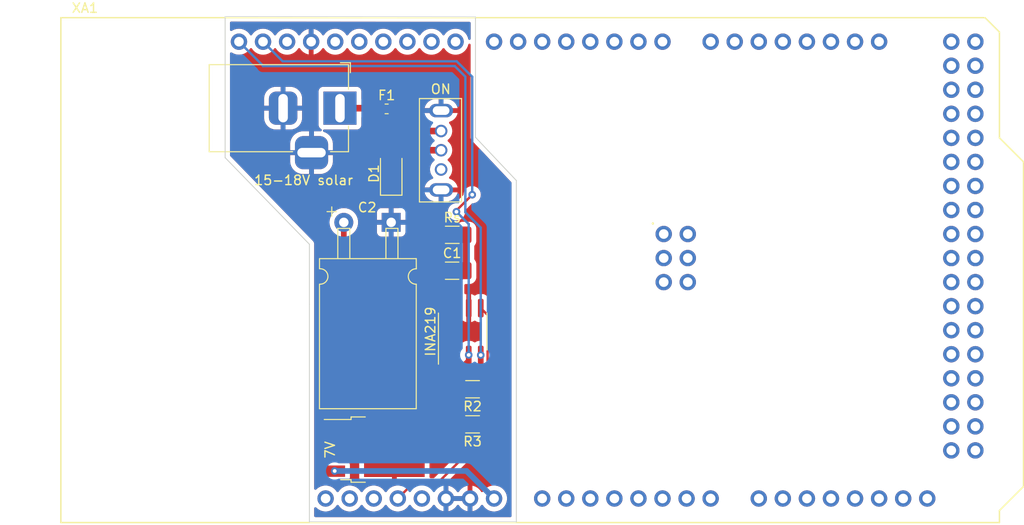
<source format=kicad_pcb>
(kicad_pcb (version 20211014) (generator pcbnew)
  (layers (0 "F.Cu" signal) (31 "B.Cu" signal) (34 "B.Paste" user) (35 "F.Paste" user) (36 "B.SilkS" user "B.Silkscreen") (37 "F.SilkS" user "F.Silkscreen") (38 "B.Mask" user) (39 "F.Mask" user) (44 "Edge.Cuts" user))
  (net 0 "")
  (net 1 "Net-(C1-Pad1)")
  (net 2 "Net-(C1-Pad2)")
  (net 3 "GND")
  (net 4 "Net-(D1-Pad2)")
  (net 5 "Net-(F1-Pad1)")
  (net 6 "Net-(F1-Pad2)")
  (net 7 "Net-(R2-Pad1)")
  (net 8 "Net-(R2-Pad2)")
  (net 9 "Net-(R3-Pad2)")
  (net 11 "Net-(U1-Pad3)")
  (footprint "Package_SO:SOIC-8_3.9x4.9mm_P1.27mm" (layer "F.Cu") (at 143.1798 92.4052 90)
    (fp_text reference "INA219" (at 0 -3.4 90) (layer "F.SilkS"))
    (fp_text value "INA219AxD")
    (fp_line (start 0 -2.56) (end -3.45 -2.56) (layer "F.SilkS") (width 0.12))
    (fp_line (start 0 2.56) (end -1.95 2.56) (layer "F.SilkS") (width 0.12))
    (fp_line (start 0 2.56) (end 1.95 2.56) (layer "F.SilkS") (width 0.12))
    (fp_line (start 0 -2.56) (end 1.95 -2.56) (layer "F.SilkS") (width 0.12))
    (pad "1" smd roundrect (at -2.475 -1.905 90) (size 1.95 0.6) (layers "F.Cu" "F.Paste" "F.Mask"))
    (pad "2" smd roundrect (at -2.475 -0.635 90) (size 1.95 0.6) (layers "F.Cu" "F.Paste" "F.Mask"))
    (pad "3" smd roundrect (at -2.475 0.635 90) (size 1.95 0.6) (layers "F.Cu" "F.Paste" "F.Mask") (net 9 "Net-(R3-Pad2)"))
    (pad "4" smd roundrect (at -2.475 1.905 90) (size 1.95 0.6) (layers "F.Cu" "F.Paste" "F.Mask") (net 8 "Net-(R2-Pad2)"))
    (pad "5" smd roundrect (at 2.475 1.905 90) (size 1.95 0.6) (layers "F.Cu" "F.Paste" "F.Mask") (net 7 "Net-(R2-Pad1)"))
    (pad "6" smd roundrect (at 2.475 0.635 90) (size 1.95 0.6) (layers "F.Cu" "F.Paste" "F.Mask") (net 3 "GND"))
    (pad "7" smd roundrect (at 2.475 -0.635 90) (size 1.95 0.6) (layers "F.Cu" "F.Paste" "F.Mask") (net 2 "Net-(C1-Pad2)"))
    (pad "8" smd roundrect (at 2.475 -1.905 90) (size 1.95 0.6) (layers "F.Cu" "F.Paste" "F.Mask") (net 1 "Net-(C1-Pad1)"))
  )
  (footprint "dhec:CP_Radial_D10.0mm_P5.00mm_L16.00mm_bent" (layer "F.Cu") (at 130.632048 80.872)
    (fp_text reference "C2" (at 2.463952 -1.5732) (layer "F.SilkS"))
    (fp_text value "C")
    (fp_line (start 7.6454 19.685) (end -2.5692 19.685) (layer "F.SilkS") (width 0.12))
    (fp_line (start 7.6454 3.8354) (end 7.653551 4.906366) (layer "F.SilkS") (width 0.12))
    (fp_line (start 7.645787 6.531684) (end 7.6454 19.685) (layer "F.SilkS") (width 0.12))
    (fp_line (start -2.5654 4.9022) (end -2.5654 3.8354) (layer "F.SilkS") (width 0.12))
    (fp_line (start 5.715 0.635) (end 5.715 3.81) (layer "F.SilkS") (width 0.12))
    (fp_line (start 4.445 0.635) (end 5.715 0.635) (layer "F.SilkS") (width 0.12))
    (fp_line (start -2.5692 19.685) (end -2.5654 6.5278) (layer "F.SilkS") (width 0.12))
    (fp_line (start -0.635 0.635) (end 0.635 0.635) (layer "F.SilkS") (width 0.12))
    (fp_line (start -1.77 -1.135) (end -0.77 -1.135) (layer "F.SilkS") (width 0.12))
    (fp_line (start 4.445 3.81) (end 4.445 0.635) (layer "F.SilkS") (width 0.12))
    (fp_line (start -1.27 -1.635) (end -1.27 -0.635) (layer "F.SilkS") (width 0.12))
    (fp_line (start 7.6454 3.8354) (end -2.5654 3.8354) (layer "F.SilkS") (width 0.12))
    (fp_line (start 0.635 0.635) (end 0.635 3.81) (layer "F.SilkS") (width 0.12))
    (fp_line (start -0.635 3.81) (end -0.635 0.635) (layer "F.SilkS") (width 0.12))
    (fp_arc (start 7.645787 6.531684) (mid 6.807199 5.715) (end 7.653551 4.906366) (layer "F.SilkS") (width 0.12))
    (fp_arc (start -2.5146 4.9022) (mid -1.676011 5.718884) (end -2.522364 6.527518) (layer "F.SilkS") (width 0.12))
    (pad "1" thru_hole circle (at 0 0) (size 2 2) (drill 1) (layers *.Cu *.Mask) (net 2 "Net-(C1-Pad2)"))
    (pad "2" thru_hole rect (at 5 0) (size 2 2) (drill 1) (layers *.Cu *.Mask) (net 3 "GND"))
  )
  (footprint "Resistor_SMD:R_1206_3216Metric" (layer "F.Cu") (at 144.2212 102.2096 180)
    (fp_text reference "R3" (at 0 -1.82) (layer "F.SilkS"))
    (fp_text value "4.7k")
    (fp_line (start -0.727064 -0.91) (end 0.727064 -0.91) (layer "F.SilkS") (width 0.12))
    (fp_line (start -0.727064 0.91) (end 0.727064 0.91) (layer "F.SilkS") (width 0.12))
    (pad "1" smd roundrect (at -1.4625 0 180) (size 1.125 1.75) (layers "F.Cu" "F.Paste" "F.Mask") (roundrect_rratio 0.2222222222) (net 7 "Net-(R2-Pad1)"))
    (pad "2" smd roundrect (at 1.4625 0 180) (size 1.125 1.75) (layers "F.Cu" "F.Paste" "F.Mask") (roundrect_rratio 0.2222222222) (net 9 "Net-(R3-Pad2)"))
  )
  (footprint "Diode_SMD:D_1206_3216Metric" (layer "F.Cu") (at 135.636 75.7174 90)
    (fp_text reference "D1" (at 0 -1.82 90) (layer "F.SilkS"))
    (fp_text value "D")
    (fp_line (start -2.285 -1.135) (end -2.285 1.135) (layer "F.SilkS") (width 0.12))
    (fp_line (start -2.285 1.135) (end 1.6 1.135) (layer "F.SilkS") (width 0.12))
    (fp_line (start 1.6 -1.135) (end -2.285 -1.135) (layer "F.SilkS") (width 0.12))
    (pad "1" smd roundrect (at -1.4 0 90) (size 1.25 1.75) (layers "F.Cu" "F.Paste" "F.Mask") (roundrect_rratio 0.2) (net 1 "Net-(C1-Pad1)"))
    (pad "2" smd roundrect (at 1.4 0 90) (size 1.25 1.75) (layers "F.Cu" "F.Paste" "F.Mask") (roundrect_rratio 0.2) (net 4 "Net-(D1-Pad2)"))
  )
  (footprint "Fuse:Fuse_0603_1608Metric" (layer "F.Cu") (at 135.1534 68.8848)
    (fp_text reference "F1" (at 0 -1.43) (layer "F.SilkS"))
    (fp_text value "Fuse")
    (fp_line (start -0.162779 -0.51) (end 0.162779 -0.51) (layer "F.SilkS") (width 0.12))
    (fp_line (start -0.162779 0.51) (end 0.162779 0.51) (layer "F.SilkS") (width 0.12))
    (pad "1" smd roundrect (at -0.7875 0) (size 0.875 0.95) (layers "F.Cu" "F.Paste" "F.Mask") (net 5 "Net-(F1-Pad1)"))
    (pad "2" smd roundrect (at 0.7875 0) (size 0.875 0.95) (layers "F.Cu" "F.Paste" "F.Mask") (net 6 "Net-(F1-Pad2)"))
  )
  (footprint "ARTS-lab:grounded_switch" (layer "F.Cu") (at 145.9804 73.2536 -90)
    (fp_text reference "ON" (at -6.4516 5.112 180) (layer "F.SilkS"))
    (fp_text value "grounded_DIP_switch")
    (fp_line (start -5.461 2.921) (end -5.461 7.366) (layer "F.SilkS") (width 0.12))
    (fp_line (start -5.461 7.366) (end 5.461 7.366) (layer "F.SilkS") (width 0.12))
    (fp_line (start -5.461 2.921) (end 5.461 2.921) (layer "F.SilkS") (width 0.12))
    (fp_line (start 5.461 2.921) (end 5.461 7.366) (layer "F.SilkS") (width 0.12))
    (pad "1" thru_hole circle locked (at -2.032 5.08 270) (size 1.324 1.324) (drill 0.914) (layers *.Cu *.Mask) (net 6 "Net-(F1-Pad2)"))
    (pad "2" thru_hole circle locked (at 0 5.08 270) (size 1.324 1.324) (drill 0.914) (layers *.Cu *.Mask) (net 4 "Net-(D1-Pad2)"))
    (pad "3" thru_hole circle locked (at 2.032 5.08 270) (size 1.324 1.324) (drill 0.914) (layers *.Cu *.Mask))
    (pad "4" thru_hole oval locked (at -4.191 5.08) (size 2.524 1.424) (drill oval 1.76 0.914) (layers *.Cu *.Mask) (net 3 "GND"))
    (pad "5" thru_hole oval locked (at 4.191 5.08) (size 2.524 1.424) (drill oval 1.76 0.914) (layers *.Cu *.Mask) (net 3 "GND"))
  )
  (footprint "Package_TO_SOT_SMD:TO-252-2" (layer "F.Cu") (at 133.8676 104.8776)
    (fp_text reference "7V" (at -4.6832 0.0244 90) (layer "F.SilkS"))
    (fp_text value "LF15_TO252")
    (fp_line (start -2.47 -3.45) (end -2.47 -3.18) (layer "F.SilkS") (width 0.12))
    (fp_line (start -2.47 3.45) (end -2.47 3.18) (layer "F.SilkS") (width 0.12))
    (fp_line (start -0.97 -3.45) (end -2.47 -3.45) (layer "F.SilkS") (width 0.12))
    (fp_line (start -2.47 -3.18) (end -5.3 -3.18) (layer "F.SilkS") (width 0.12))
    (fp_line (start -0.97 3.45) (end -2.47 3.45) (layer "F.SilkS") (width 0.12))
    (fp_line (start -2.47 3.18) (end -3.57 3.18) (layer "F.SilkS") (width 0.12))
    (pad "1" smd rect (at -4.2 -2.28) (size 2.2 1.2) (layers "F.Cu" "F.Paste" "F.Mask") (net 2 "Net-(C1-Pad2)"))
    (pad "2" smd rect (at 2.1 0) (size 6.4 5.8) (layers "F.Cu" "F.Mask") (net 3 "GND"))
    (pad "3" smd rect (at -4.2 2.28) (size 2.2 1.2) (layers "F.Cu" "F.Paste" "F.Mask") (net 11 "Net-(U1-Pad3)"))
  )
  (footprint "Resistor_SMD:R_1206_3216Metric" (layer "F.Cu") (at 142.0788 82.1898)
    (fp_text reference "Rs" (at 0 -1.82) (layer "F.SilkS"))
    (fp_text value "shunt")
    (fp_line (start -0.727064 0.91) (end 0.727064 0.91) (layer "F.SilkS") (width 0.12))
    (fp_line (start -0.727064 -0.91) (end 0.727064 -0.91) (layer "F.SilkS") (width 0.12))
    (pad "1" smd roundrect (at -1.4625 0) (size 1.125 1.75) (layers "F.Cu" "F.Paste" "F.Mask") (roundrect_rratio 0.2222222222) (net 1 "Net-(C1-Pad1)"))
    (pad "2" smd roundrect (at 1.4625 0) (size 1.125 1.75) (layers "F.Cu" "F.Paste" "F.Mask") (roundrect_rratio 0.2222222222) (net 2 "Net-(C1-Pad2)"))
  )
  (footprint "Resistor_SMD:R_1206_3216Metric" (layer "F.Cu") (at 144.2212 98.5012 180)
    (fp_text reference "R2" (at 0 -1.82) (layer "F.SilkS"))
    (fp_text value "4.7k")
    (fp_line (start -0.727064 -0.91) (end 0.727064 -0.91) (layer "F.SilkS") (width 0.12))
    (fp_line (start -0.727064 0.91) (end 0.727064 0.91) (layer "F.SilkS") (width 0.12))
    (pad "1" smd roundrect (at -1.4625 0 180) (size 1.125 1.75) (layers "F.Cu" "F.Paste" "F.Mask") (roundrect_rratio 0.2222222222) (net 7 "Net-(R2-Pad1)"))
    (pad "2" smd roundrect (at 1.4625 0 180) (size 1.125 1.75) (layers "F.Cu" "F.Paste" "F.Mask") (roundrect_rratio 0.2222222222) (net 8 "Net-(R2-Pad2)"))
  )
  (footprint "Connector_BarrelJack:BarrelJack_Horizontal" (layer "F.Cu") (at 130.2258 68.8086)
    (fp_text reference "15-18V solar" (at -3.8354 7.62) (layer "F.SilkS"))
    (fp_text value "Barrel_Jack")
    (fp_line (start 1.1 -3.75) (end 1.1 -4.8) (layer "F.SilkS") (width 0.12))
    (fp_line (start 0.9 1.9) (end 0.9 4.6) (layer "F.SilkS") (width 0.12))
    (fp_line (start -13.8 -4.6) (end 0.9 -4.6) (layer "F.SilkS") (width 0.12))
    (fp_line (start -5 4.6) (end -13.8 4.6) (layer "F.SilkS") (width 0.12))
    (fp_line (start 0.05 -4.8) (end 1.1 -4.8) (layer "F.SilkS") (width 0.12))
    (fp_line (start -13.8 4.6) (end -13.8 -4.6) (layer "F.SilkS") (width 0.12))
    (fp_line (start 0.9 -4.6) (end 0.9 -2) (layer "F.SilkS") (width 0.12))
    (fp_line (start 0.9 4.6) (end -1 4.6) (layer "F.SilkS") (width 0.12))
    (pad "1" thru_hole rect (at 0 0) (size 3.5 3.5) (drill oval 1 3) (layers *.Cu *.Mask) (net 5 "Net-(F1-Pad1)"))
    (pad "2" thru_hole roundrect (at -6 0) (size 3 3.5) (drill oval 1 3) (layers *.Cu *.Mask) (net 3 "GND"))
    (pad "3" thru_hole roundrect (at -3 4.7) (size 3.5 3.5) (drill oval 3 1) (layers *.Cu *.Mask) (net 3 "GND"))
  )
  (footprint "Capacitor_SMD:C_1206_3216Metric" (layer "F.Cu") (at 142.0622 85.979)
    (fp_text reference "C1" (at 0 -1.85) (layer "F.SilkS"))
    (fp_text value "C")
    (fp_line (start -0.711252 -0.91) (end 0.711252 -0.91) (layer "F.SilkS") (width 0.12))
    (fp_line (start -0.711252 0.91) (end 0.711252 0.91) (layer "F.SilkS") (width 0.12))
    (pad "1" smd roundrect (at -1.475 0) (size 1.15 1.8) (layers "F.Cu" "F.Paste" "F.Mask") (roundrect_rratio 0.2173913043) (net 1 "Net-(C1-Pad1)"))
    (pad "2" smd roundrect (at 1.475 0) (size 1.15 1.8) (layers "F.Cu" "F.Paste" "F.Mask") (roundrect_rratio 0.2173913043) (net 2 "Net-(C1-Pad2)"))
  )
  (footprint "Arduino_Boards:Arduino_Mega2560_Shield" (layer "F.Cu") (at 100.77 112.585)
    (fp_text reference "XA1" (at 2.54 -54.356) (layer "F.SilkS"))
    (fp_text value "Arduino_Mega2560_Shield")
    (fp_text user "." (at 62.484 -32.004) (layer "F.SilkS"))
    (fp_line (start 99.06 0) (end 99.06 -1.27) (layer "F.SilkS") (width 0.15))
    (fp_line (start 101.6 -38.1) (end 99.06 -40.64) (layer "F.SilkS") (width 0.15))
    (fp_line (start 0 -53.34) (end 0 0) (layer "F.SilkS") (width 0.15))
    (fp_line (start 97.536 -53.34) (end 99.06 -51.816) (layer "F.SilkS") (width 0.15))
    (fp_line (start 0 -53.34) (end 97.536 -53.34) (layer "F.SilkS") (width 0.15))
    (fp_line (start 0 0) (end 99.06 0) (layer "F.SilkS") (width 0.15))
    (fp_line (start 99.06 -40.64) (end 99.06 -51.816) (layer "F.SilkS") (width 0.15))
    (fp_line (start 99.06 -1.27) (end 101.6 -3.81) (layer "F.SilkS") (width 0.15))
    (fp_line (start 101.6 -3.81) (end 101.6 -38.1) (layer "F.SilkS") (width 0.15))
    (pad "" np_thru_hole circle locked (at 13.97 -2.54) (size 3.2 3.2) (drill 3.2) (layers *.Cu *.Mask))
    (pad "" np_thru_hole circle locked (at 66.04 -35.56) (size 3.2 3.2) (drill 3.2) (layers *.Cu *.Mask))
    (pad "" np_thru_hole circle locked (at 15.24 -50.8) (size 3.2 3.2) (drill 3.2) (layers *.Cu *.Mask))
    (pad "" thru_hole oval locked (at 27.94 -2.54) (size 1.7272 1.7272) (drill 1.016) (layers *.Cu *.Mask))
    (pad "" np_thru_hole circle locked (at 96.52 -2.54) (size 3.2 3.2) (drill 3.2) (layers *.Cu *.Mask))
    (pad "" np_thru_hole circle locked (at 90.17 -50.8) (size 3.2 3.2) (drill 3.2) (layers *.Cu *.Mask))
    (pad "" np_thru_hole circle locked (at 66.04 -7.62) (size 3.2 3.2) (drill 3.2) (layers *.Cu *.Mask))
    (pad "3V3" thru_hole oval locked (at 35.56 -2.54) (size 1.7272 1.7272) (drill 1.016) (layers *.Cu *.Mask) (net 7 "Net-(R2-Pad1)"))
    (pad "5V1" thru_hole oval locked (at 38.1 -2.54) (size 1.7272 1.7272) (drill 1.016) (layers *.Cu *.Mask))
    (pad "5V2" thru_hole oval locked (at 66.167 -30.48) (size 1.7272 1.7272) (drill 1.016) (layers *.Cu *.Mask))
    (pad "5V3" thru_hole oval locked (at 93.98 -50.8) (size 1.7272 1.7272) (drill 1.016) (layers *.Cu *.Mask))
    (pad "5V4" thru_hole oval locked (at 96.52 -50.8) (size 1.7272 1.7272) (drill 1.016) (layers *.Cu *.Mask))
    (pad "A0" thru_hole oval locked (at 50.8 -2.54) (size 1.7272 1.7272) (drill 1.016) (layers *.Cu *.Mask))
    (pad "A1" thru_hole oval locked (at 53.34 -2.54) (size 1.7272 1.7272) (drill 1.016) (layers *.Cu *.Mask))
    (pad "A2" thru_hole oval locked (at 55.88 -2.54) (size 1.7272 1.7272) (drill 1.016) (layers *.Cu *.Mask))
    (pad "A3" thru_hole oval locked (at 58.42 -2.54) (size 1.7272 1.7272) (drill 1.016) (layers *.Cu *.Mask))
    (pad "A4" thru_hole oval locked (at 60.96 -2.54) (size 1.7272 1.7272) (drill 1.016) (layers *.Cu *.Mask))
    (pad "A5" thru_hole oval locked (at 63.5 -2.54) (size 1.7272 1.7272) (drill 1.016) (layers *.Cu *.Mask))
    (pad "A6" thru_hole oval locked (at 66.04 -2.54) (size 1.7272 1.7272) (drill 1.016) (layers *.Cu *.Mask))
    (pad "A7" thru_hole oval locked (at 68.58 -2.54) (size 1.7272 1.7272) (drill 1.016) (layers *.Cu *.Mask))
    (pad "A8" thru_hole oval locked (at 73.66 -2.54) (size 1.7272 1.7272) (drill 1.016) (layers *.Cu *.Mask))
    (pad "A9" thru_hole oval locked (at 76.2 -2.54) (size 1.7272 1.7272) (drill 1.016) (layers *.Cu *.Mask))
    (pad "A10" thru_hole oval locked (at 78.74 -2.54) (size 1.7272 1.7272) (drill 1.016) (layers *.Cu *.Mask))
    (pad "A11" thru_hole oval locked (at 81.28 -2.54) (size 1.7272 1.7272) (drill 1.016) (layers *.Cu *.Mask))
    (pad "A12" thru_hole oval locked (at 83.82 -2.54) (size 1.7272 1.7272) (drill 1.016) (layers *.Cu *.Mask))
    (pad "A13" thru_hole oval locked (at 86.36 -2.54) (size 1.7272 1.7272) (drill 1.016) (layers *.Cu *.Mask))
    (pad "A14" thru_hole oval locked (at 88.9 -2.54) (size 1.7272 1.7272) (drill 1.016) (layers *.Cu *.Mask))
    (pad "A15" thru_hole oval locked (at 91.44 -2.54) (size 1.7272 1.7272) (drill 1.016) (layers *.Cu *.Mask))
    (pad "AREF" thru_hole oval locked (at 23.876 -50.8) (size 1.7272 1.7272) (drill 1.016) (layers *.Cu *.Mask))
    (pad "D0" thru_hole oval locked (at 63.5 -50.8) (size 1.7272 1.7272) (drill 1.016) (layers *.Cu *.Mask))
    (pad "D1" thru_hole oval locked (at 60.96 -50.8) (size 1.7272 1.7272) (drill 1.016) (layers *.Cu *.Mask))
    (pad "D2" thru_hole oval locked (at 58.42 -50.8) (size 1.7272 1.7272) (drill 1.016) (layers *.Cu *.Mask))
    (pad "D3" thru_hole oval locked (at 55.88 -50.8) (size 1.7272 1.7272) (drill 1.016) (layers *.Cu *.Mask))
    (pad "D4" thru_hole oval locked (at 53.34 -50.8) (size 1.7272 1.7272) (drill 1.016) (layers *.Cu *.Mask))
    (pad "D5" thru_hole oval locked (at 50.8 -50.8) (size 1.7272 1.7272) (drill 1.016) (layers *.Cu *.Mask))
    (pad "D6" thru_hole oval locked (at 48.26 -50.8) (size 1.7272 1.7272) (drill 1.016) (layers *.Cu *.Mask))
    (pad "D7" thru_hole oval locked (at 45.72 -50.8) (size 1.7272 1.7272) (drill 1.016) (layers *.Cu *.Mask))
    (pad "D8" thru_hole oval locked (at 41.656 -50.8) (size 1.7272 1.7272) (drill 1.016) (layers *.Cu *.Mask))
    (pad "D9" thru_hole oval locked (at 39.116 -50.8) (size 1.7272 1.7272) (drill 1.016) (layers *.Cu *.Mask))
    (pad "D10" thru_hole oval locked (at 36.576 -50.8) (size 1.7272 1.7272) (drill 1.016) (layers *.Cu *.Mask))
    (pad "D11" thru_hole oval locked (at 34.036 -50.8) (size 1.7272 1.7272) (drill 1.016) (layers *.Cu *.Mask))
    (pad "D12" thru_hole oval locked (at 31.496 -50.8) (size 1.7272 1.7272) (drill 1.016) (layers *.Cu *.Mask))
    (pad "D13" thru_hole oval locked (at 28.956 -50.8) (size 1.7272 1.7272) (drill 1.016) (layers *.Cu *.Mask))
    (pad "D14" thru_hole oval locked (at 68.58 -50.8) (size 1.7272 1.7272) (drill 1.016) (layers *.Cu *.Mask))
    (pad "D15" thru_hole oval locked (at 71.12 -50.8) (size 1.7272 1.7272) (drill 1.016) (layers *.Cu *.Mask))
    (pad "D16" thru_hole oval locked (at 73.66 -50.8) (size 1.7272 1.7272) (drill 1.016) (layers *.Cu *.Mask))
    (pad "D17" thru_hole oval locked (at 76.2 -50.8) (size 1.7272 1.7272) (drill 1.016) (layers *.Cu *.Mask))
    (pad "D18" thru_hole oval locked (at 78.74 -50.8) (size 1.7272 1.7272) (drill 1.016) (layers *.Cu *.Mask))
    (pad "D19" thru_hole oval locked (at 81.28 -50.8) (size 1.7272 1.7272) (drill 1.016) (layers *.Cu *.Mask))
    (pad "D20" thru_hole oval locked (at 83.82 -50.8) (size 1.7272 1.7272) (drill 1.016) (layers *.Cu *.Mask))
    (pad "D21" thru_hole oval locked (at 86.36 -50.8) (size 1.7272 1.7272) (drill 1.016) (layers *.Cu *.Mask))
    (pad "D22" thru_hole oval locked (at 93.98 -48.26) (size 1.7272 1.7272) (drill 1.016) (layers *.Cu *.Mask))
    (pad "D23" thru_hole oval locked (at 96.52 -48.26) (size 1.7272 1.7272) (drill 1.016) (layers *.Cu *.Mask))
    (pad "D24" thru_hole oval locked (at 93.98 -45.72) (size 1.7272 1.7272) (drill 1.016) (layers *.Cu *.Mask))
    (pad "D25" thru_hole oval locked (at 96.52 -45.72) (size 1.7272 1.7272) (drill 1.016) (layers *.Cu *.Mask))
    (pad "D26" thru_hole oval locked (at 93.98 -43.18) (size 1.7272 1.7272) (drill 1.016) (layers *.Cu *.Mask))
    (pad "D27" thru_hole oval locked (at 96.52 -43.18) (size 1.7272 1.7272) (drill 1.016) (layers *.Cu *.Mask))
    (pad "D28" thru_hole oval locked (at 93.98 -40.64) (size 1.7272 1.7272) (drill 1.016) (layers *.Cu *.Mask))
    (pad "D29" thru_hole oval locked (at 96.52 -40.64) (size 1.7272 1.7272) (drill 1.016) (layers *.Cu *.Mask))
    (pad "D30" thru_hole oval locked (at 93.98 -38.1) (size 1.7272 1.7272) (drill 1.016) (layers *.Cu *.Mask))
    (pad "D31" thru_hole oval locked (at 96.52 -38.1) (size 1.7272 1.7272) (drill 1.016) (layers *.Cu *.Mask))
    (pad "D32" thru_hole oval locked (at 93.98 -35.56) (size 1.7272 1.7272) (drill 1.016) (layers *.Cu *.Mask))
    (pad "D33" thru_hole oval locked (at 96.52 -35.56) (size 1.7272 1.7272) (drill 1.016) (layers *.Cu *.Mask))
    (pad "D34" thru_hole oval locked (at 93.98 -33.02) (size 1.7272 1.7272) (drill 1.016) (layers *.Cu *.Mask))
    (pad "D35" thru_hole oval locked (at 96.52 -33.02) (size 1.7272 1.7272) (drill 1.016) (layers *.Cu *.Mask))
    (pad "D36" thru_hole oval locked (at 93.98 -30.48) (size 1.7272 1.7272) (drill 1.016) (layers *.Cu *.Mask))
    (pad "D37" thru_hole oval locked (at 96.52 -30.48) (size 1.7272 1.7272) (drill 1.016) (layers *.Cu *.Mask))
    (pad "D38" thru_hole oval locked (at 93.98 -27.94) (size 1.7272 1.7272) (drill 1.016) (layers *.Cu *.Mask))
    (pad "D39" thru_hole oval locked (at 96.52 -27.94) (size 1.7272 1.7272) (drill 1.016) (layers *.Cu *.Mask))
    (pad "D40" thru_hole oval locked (at 93.98 -25.4) (size 1.7272 1.7272) (drill 1.016) (layers *.Cu *.Mask))
    (pad "D41" thru_hole oval locked (at 96.52 -25.4) (size 1.7272 1.7272) (drill 1.016) (layers *.Cu *.Mask))
    (pad "D42" thru_hole oval locked (at 93.98 -22.86) (size 1.7272 1.7272) (drill 1.016) (layers *.Cu *.Mask))
    (pad "D43" thru_hole oval locked (at 96.52 -22.86) (size 1.7272 1.7272) (drill 1.016) (layers *.Cu *.Mask))
    (pad "D44" thru_hole oval locked (at 93.98 -20.32) (size 1.7272 1.7272) (drill 1.016) (layers *.Cu *.Mask))
    (pad "D45" thru_hole oval locked (at 96.52 -20.32) (size 1.7272 1.7272) (drill 1.016) (layers *.Cu *.Mask))
    (pad "D46" thru_hole oval locked (at 93.98 -17.78) (size 1.7272 1.7272) (drill 1.016) (layers *.Cu *.Mask))
    (pad "D47" thru_hole oval locked (at 96.52 -17.78) (size 1.7272 1.7272) (drill 1.016) (layers *.Cu *.Mask))
    (pad "D48" thru_hole oval locked (at 93.98 -15.24) (size 1.7272 1.7272) (drill 1.016) (layers *.Cu *.Mask))
    (pad "D49" thru_hole oval locked (at 96.52 -15.24) (size 1.7272 1.7272) (drill 1.016) (layers *.Cu *.Mask))
    (pad "D50" thru_hole oval locked (at 93.98 -12.7) (size 1.7272 1.7272) (drill 1.016) (layers *.Cu *.Mask))
    (pad "D51" thru_hole oval locked (at 96.52 -12.7) (size 1.7272 1.7272) (drill 1.016) (layers *.Cu *.Mask))
    (pad "D52" thru_hole oval locked (at 93.98 -10.16) (size 1.7272 1.7272) (drill 1.016) (layers *.Cu *.Mask))
    (pad "D53" thru_hole oval locked (at 96.52 -10.16) (size 1.7272 1.7272) (drill 1.016) (layers *.Cu *.Mask))
    (pad "GND1" thru_hole oval locked (at 26.416 -50.8) (size 1.7272 1.7272) (drill 1.016) (layers *.Cu *.Mask) (net 3 "GND"))
    (pad "GND2" thru_hole oval locked (at 40.64 -2.54) (size 1.7272 1.7272) (drill 1.016) (layers *.Cu *.Mask) (net 3 "GND"))
    (pad "GND3" thru_hole oval locked (at 43.18 -2.54) (size 1.7272 1.7272) (drill 1.016) (layers *.Cu *.Mask) (net 3 "GND"))
    (pad "GND4" thru_hole oval locked (at 66.167 -25.4) (size 1.7272 1.7272) (drill 1.016) (layers *.Cu *.Mask))
    (pad "GND5" thru_hole oval locked (at 93.98 -7.62) (size 1.7272 1.7272) (drill 1.016) (layers *.Cu *.Mask))
    (pad "GND6" thru_hole oval locked (at 96.52 -7.62) (size 1.7272 1.7272) (drill 1.016) (layers *.Cu *.Mask))
    (pad "IORF" thru_hole oval locked (at 30.48 -2.54) (size 1.7272 1.7272) (drill 1.016) (layers *.Cu *.Mask))
    (pad "MISO" thru_hole oval locked (at 63.627 -30.48) (size 1.7272 1.7272) (drill 1.016) (layers *.Cu *.Mask))
    (pad "MOSI" thru_hole oval locked (at 66.167 -27.94) (size 1.7272 1.7272) (drill 1.016) (layers *.Cu *.Mask))
    (pad "RST1" thru_hole oval locked (at 33.02 -2.54) (size 1.7272 1.7272) (drill 1.016) (layers *.Cu *.Mask))
    (pad "RST2" thru_hole oval locked (at 63.627 -25.4) (size 1.7272 1.7272) (drill 1.016) (layers *.Cu *.Mask))
    (pad "SCK" thru_hole oval locked (at 63.627 -27.94) (size 1.7272 1.7272) (drill 1.016) (layers *.Cu *.Mask))
    (pad "SCL" thru_hole oval locked (at 18.796 -50.8) (size 1.7272 1.7272) (drill 1.016) (layers *.Cu *.Mask) (net 8 "Net-(R2-Pad2)"))
    (pad "SDA" thru_hole oval locked (at 21.336 -50.8) (size 1.7272 1.7272) (drill 1.016) (layers *.Cu *.Mask) (net 9 "Net-(R3-Pad2)"))
    (pad "VIN" thru_hole oval locked (at 45.72 -2.54) (size 1.7272 1.7272) (drill 1.016) (layers *.Cu *.Mask) (net 11 "Net-(U1-Pad3)"))
  )
  (gr_line (start 148.844 112.522) (end 148.844 76.454) (layer "Edge.Cuts") (width 0.1))
  (gr_line (start 127 112.522) (end 127 89.535) (layer "Edge.Cuts") (width 0.1))
  (gr_line (start 144.526 71.882) (end 144.526 59.182) (layer "Edge.Cuts") (width 0.1))
  (gr_line (start 144.526 71.882) (end 148.844 76.454) (layer "Edge.Cuts") (width 0.1))
  (gr_line (start 118.11 74.041) (end 118.11 59.1566) (layer "Edge.Cuts") (width 0.1))
  (gr_line (start 148.59 112.522) (end 148.844 112.522) (layer "Edge.Cuts") (width 0.1))
  (gr_line (start 144.526 59.182) (end 118.11 59.1566) (layer "Edge.Cuts") (width 0.1))
  (gr_line (start 118.11 74.041) (end 127 83.185) (layer "Edge.Cuts") (width 0.1))
  (gr_line (start 127 112.522) (end 148.59 112.522) (layer "Edge.Cuts") (width 0.1))
  (gr_line (start 127 89.535) (end 127 83.185) (layer "Edge.Cuts") (width 0.1))
  (segment (start 140.6163 82.1898) (end 140.6163 85.9499) (width 0.6) (layer "F.Cu") (net 1))
  (segment (start 140.6163 82.1898) (end 140.6163 82.0977) (width 0.25) (layer "F.Cu") (net 1))
  (segment (start 140.6163 82.0977) (end 135.636 77.1174) (width 0.7) (layer "F.Cu") (net 1))
  (segment (start 140.6163 85.9499) (end 140.5872 85.979) (width 0.6) (layer "F.Cu") (net 1))
  (segment (start 140.5872 89.2426) (end 141.2748 89.9302) (width 0.6) (layer "F.Cu") (net 1))
  (segment (start 140.5872 85.979) (end 140.5872 89.2426) (width 0.6) (layer "F.Cu") (net 1))
  (segment (start 134.3406 92.0496) (end 129.6676 96.7226) (width 0.6) (layer "F.Cu") (net 2))
  (segment (start 141.048959 92.0496) (end 134.3406 92.0496) (width 0.6) (layer "F.Cu") (net 2))
  (segment (start 143.5413 86.1355) (end 142.5448 87.132) (width 0.6) (layer "F.Cu") (net 2))
  (segment (start 142.5448 90.553759) (end 141.048959 92.0496) (width 0.6) (layer "F.Cu") (net 2))
  (segment (start 143.5413 82.1898) (end 143.5413 86.1355) (width 0.7) (layer "F.Cu") (net 2))
  (segment (start 142.5448 89.9302) (end 142.5448 90.553759) (width 0.6) (layer "F.Cu") (net 2))
  (segment (start 142.5448 87.132) (end 142.5448 89.9302) (width 0.6) (layer "F.Cu") (net 2))
  (segment (start 130.632048 88.341048) (end 130.632048 80.872) (width 0.6) (layer "F.Cu") (net 2))
  (segment (start 129.6676 96.7226) (end 129.6676 102.5976) (width 0.6) (layer "F.Cu") (net 2))
  (segment (start 134.3406 92.0496) (end 130.632048 88.341048) (width 0.6) (layer "F.Cu") (net 2))
  (segment (start 136.6998 73.2536) (end 135.636 74.3174) (width 0.7) (layer "F.Cu") (net 4))
  (segment (start 140.9004 73.2536) (end 136.6998 73.2536) (width 0.7) (layer "F.Cu") (net 4))
  (segment (start 130.2258 68.8086) (end 134.2897 68.8086) (width 0.7) (layer "F.Cu") (net 5))
  (segment (start 134.2897 68.8086) (end 134.3659 68.8848) (width 0.25) (layer "F.Cu") (net 5))
  (segment (start 139.5984 71.2216) (end 140.9004 71.2216) (width 0.7) (layer "F.Cu") (net 6))
  (segment (start 135.9409 68.8848) (end 137.2616 68.8848) (width 0.7) (layer "F.Cu") (net 6))
  (segment (start 137.2616 68.8848) (end 139.5984 71.2216) (width 0.7) (layer "F.Cu") (net 6))
  (segment (start 145.6837 103.2617) (end 145.6837 102.2096) (width 0.25) (layer "F.Cu") (net 7))
  (segment (start 136.33 110.045) (end 137.8408 108.5342) (width 0.25) (layer "F.Cu") (net 7))
  (segment (start 137.8408 108.5342) (end 140.4112 108.5342) (width 0.25) (layer "F.Cu") (net 7))
  (segment (start 145.6837 102.2096) (end 145.6837 98.5012) (width 0.25) (layer "F.Cu") (net 7))
  (segment (start 140.4112 108.5342) (end 145.6837 103.2617) (width 0.25) (layer "F.Cu") (net 7))
  (segment (start 145.0848 89.9302) (end 145.809311 90.654711) (width 0.25) (layer "F.Cu") (net 7))
  (segment (start 145.809311 98.375589) (end 145.6837 98.5012) (width 0.25) (layer "F.Cu") (net 7))
  (segment (start 145.809311 90.654711) (end 145.809311 98.375589) (width 0.25) (layer "F.Cu") (net 7))
  (segment (start 145.0848 96.1751) (end 145.0848 94.8944) (width 0.25) (layer "F.Cu") (net 8))
  (segment (start 142.7587 98.5012) (end 145.0848 96.1751) (width 0.25) (layer "F.Cu") (net 8))
  (segment (start 145.0848 94.8944) (end 145.0848 94.8802) (width 0.25) (layer "F.Cu") (net 8))
  (via (at 145.0848 94.8944) (size 0.8) (drill 0.4) (layers "F.Cu" "B.Cu") (net 8))
  (segment (start 145.0848 81.4324) (end 143.4592 79.8068) (width 0.25) (layer "B.Cu") (net 8))
  (segment (start 145.0848 94.8944) (end 145.0848 81.4324) (width 0.25) (layer "B.Cu") (net 8))
  (segment (start 143.4592 65.4812) (end 142.3416 64.3636) (width 0.25) (layer "B.Cu") (net 8))
  (segment (start 142.3416 64.3636) (end 122.0978 64.3636) (width 0.25) (layer "B.Cu") (net 8))
  (segment (start 143.4592 79.8068) (end 143.4592 65.4812) (width 0.25) (layer "B.Cu") (net 8))
  (segment (start 122.0978 64.3636) (end 122.0978 64.3168) (width 0.25) (layer "B.Cu") (net 8))
  (segment (start 122.0978 64.3168) (end 119.566 61.785) (width 0.25) (layer "B.Cu") (net 8))
  (segment (start 143.8148 95.256272) (end 143.8148 94.8802) (width 0.25) (layer "F.Cu") (net 9))
  (segment (start 141.87168 97.199392) (end 143.8148 95.256272) (width 0.25) (layer "F.Cu") (net 9))
  (segment (start 142.7587 102.2096) (end 141.87168 101.32258) (width 0.25) (layer "F.Cu") (net 9))
  (segment (start 141.87168 101.32258) (end 141.87168 97.199392) (width 0.25) (layer "F.Cu") (net 9))
  (segment (start 142.5194 79.6169) (end 144.1837 77.9526) (width 0.25) (layer "F.Cu") (net 9))
  (segment (start 142.5194 79.756) (end 142.5194 79.6169) (width 0.25) (layer "F.Cu") (net 9))
  (via (at 142.5194 79.756) (size 0.8) (drill 0.4) (layers "F.Cu" "B.Cu") (net 9))
  (via (at 144.1837 77.9526) (size 0.8) (drill 0.4) (layers "F.Cu" "B.Cu") (net 9))
  (via (at 143.8148 94.8802) (size 0.8) (drill 0.4) (layers "F.Cu" "B.Cu") (net 9))
  (segment (start 144.1837 77.9526) (end 144.1837 65.4945) (width 0.25) (layer "B.Cu") (net 9))
  (segment (start 144.1837 65.4945) (end 142.5448 63.8556) (width 0.25) (layer "B.Cu") (net 9))
  (segment (start 142.5448 63.8556) (end 124.1766 63.8556) (width 0.25) (layer "B.Cu") (net 9))
  (segment (start 143.8148 94.8802) (end 143.8148 81.0514) (width 0.25) (layer "B.Cu") (net 9))
  (segment (start 124.1766 63.8556) (end 122.106 61.785) (width 0.25) (layer "B.Cu") (net 9))
  (segment (start 143.8148 81.0514) (end 142.5194 79.756) (width 0.25) (layer "B.Cu") (net 9))
  (segment (start 129.6676 107.1378) (end 129.667 107.1372) (width 0.6) (layer "F.Cu") (net 11))
  (segment (start 129.6676 107.1576) (end 129.6676 107.1378) (width 0.6) (layer "F.Cu") (net 11))
  (via (at 129.667 107.1372) (size 0.8) (drill 0.4) (layers "F.Cu" "B.Cu") (net 11))
  (segment (start 143.5822 107.1372) (end 146.49 110.045) (width 0.6) (layer "B.Cu") (net 11))
  (segment (start 129.667 107.1372) (end 143.5822 107.1372) (width 0.6) (layer "B.Cu") (net 11))
  (zone (net 3) (net_name "GND") (layer "F.Cu") (connect_pads (clearance 0.508)) (min_thickness 0.254) (fill yes (thermal_gap 0.508) (thermal_bridge_width 0.508))
    (polygon (pts (xy 144.526 71.8566) (xy 148.844 76.454) (xy 148.844 112.522) (xy 127 112.4966) (xy 127 83.185) (xy 118.11 74.041) (xy 118.11 59.1566) (xy 144.526 59.1566)))
  )
  (zone (net 3) (net_name "GND") (layer "B.Cu") (connect_pads (clearance 0.508)) (min_thickness 0.254) (fill yes (thermal_gap 0.508) (thermal_bridge_width 0.508))
    (polygon (pts (xy 144.526 59.1566) (xy 144.526 71.8566) (xy 148.844 76.454) (xy 148.844 112.522) (xy 127 112.4966) (xy 127 83.185) (xy 118.11 74.041) (xy 118.0846 59.1312)))
  )
)
</source>
